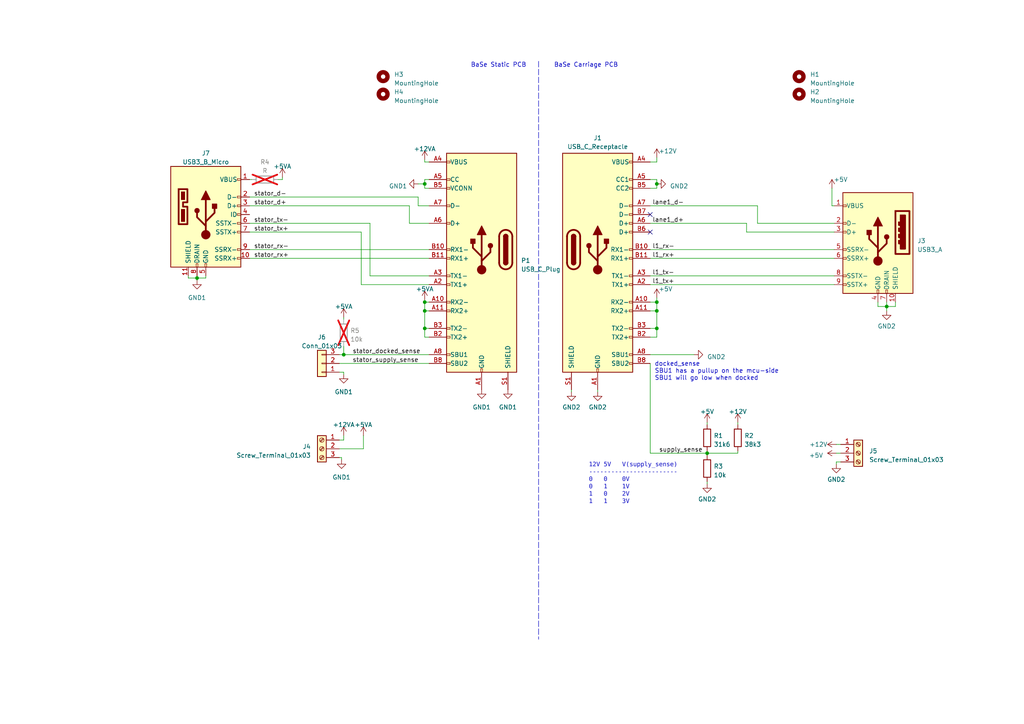
<source format=kicad_sch>
(kicad_sch (version 20230121) (generator eeschema)
  (paper "A4")
  (lib_symbols
    (symbol "Connector:Screw_Terminal_01x03" (pin_names (offset 1.016) hide)
      (property "Reference" "J" (at 0 5.08 0))
      (property "Value" "Screw_Terminal_01x03" (at 0 -5.08 0))
      (symbol "Screw_Terminal_01x03_1_1"
        (rectangle (start -1.27 3.81) (end 1.27 -3.81) (stroke (width 0.254)) (fill (type background)))
        (circle (center 0 -2.54) (radius 0.635) (stroke (width 0.1524)))
        (polyline (pts (xy -0.5334 -2.2098) (xy 0.3302 -3.048)) (stroke (width 0.1524)))
        (polyline (pts (xy -0.5334 0.3302) (xy 0.3302 -0.508)) (stroke (width 0.1524)))
        (polyline (pts (xy -0.5334 2.8702) (xy 0.3302 2.032)) (stroke (width 0.1524)))
        (polyline (pts (xy -0.3556 -2.032) (xy 0.508 -2.8702)) (stroke (width 0.1524)))
        (polyline (pts (xy -0.3556 0.508) (xy 0.508 -0.3302)) (stroke (width 0.1524)))
        (polyline (pts (xy -0.3556 3.048) (xy 0.508 2.2098)) (stroke (width 0.1524)))
        (circle (center 0 0) (radius 0.635) (stroke (width 0.1524)))
        (circle (center 0 2.54) (radius 0.635) (stroke (width 0.1524)))
        (pin passive line (at -5.08 2.54 0) (length 3.81) (name "Pin_1") (number "1"))
        (pin passive line (at -5.08 0 0) (length 3.81) (name "Pin_2") (number "2"))
        (pin passive line (at -5.08 -2.54 0) (length 3.81) (name "Pin_3") (number "3"))
      )
    )
    (symbol "Connector:USB3_A" (pin_names (offset 1.016))
      (property "Reference" "J" (at -10.16 15.24 0))
      (property "Value" "USB3_A" (at 10.16 15.24 0))
      (symbol "USB3_A_0_0"
        (rectangle (start -9.144 8.636) (end -5.08 -3.81) (stroke (width 0.508)))
        (rectangle (start -7.874 7.366) (end -6.604 -2.286) (stroke (width 0.508)) (fill (type outline)))
        (rectangle (start -6.35 0) (end -6.096 -0.762) (stroke (width 0.508)))
        (rectangle (start -6.35 1.778) (end -6.096 1.016) (stroke (width 0.508)))
        (rectangle (start -6.35 3.556) (end -6.096 2.794) (stroke (width 0.508)))
        (rectangle (start -6.35 5.334) (end -6.096 4.572) (stroke (width 0.508)))
        (rectangle (start -2.794 -15.24) (end -2.286 -14.224))
        (rectangle (start -0.254 -15.24) (end 0.254 -14.224))
        (rectangle (start 10.16 -12.446) (end 9.144 -12.954))
        (rectangle (start 10.16 -9.906) (end 9.144 -10.414))
        (rectangle (start 10.16 -4.826) (end 9.144 -5.334))
        (rectangle (start 10.16 -2.286) (end 9.144 -2.794))
        (rectangle (start 10.16 2.794) (end 9.144 2.286))
        (rectangle (start 10.16 5.334) (end 9.144 4.826))
        (rectangle (start 10.16 10.414) (end 9.144 9.906))
      )
      (symbol "USB3_A_0_1"
        (rectangle (start -10.16 13.97) (end 10.16 -15.24) (stroke (width 0.254)) (fill (type background)))
      )
      (symbol "USB3_A_1_1"
        (circle (center -2.54 1.143) (radius 0.635) (stroke (width 0.254)) (fill (type outline)))
        (circle (center 0 -5.842) (radius 1.27) (fill (type outline)))
        (polyline (pts (xy 0 -5.842) (xy 0 4.318)) (stroke (width 0.508)))
        (polyline (pts (xy 0 -3.302) (xy -2.54 -0.762) (xy -2.54 0.508)) (stroke (width 0.508)))
        (polyline (pts (xy 0 -2.032) (xy 2.54 0.508) (xy 2.54 1.778)) (stroke (width 0.508)))
        (polyline (pts (xy -1.27 4.318) (xy 0 6.858) (xy 1.27 4.318) (xy -1.27 4.318)) (stroke (width 0.254)) (fill (type outline)))
        (rectangle (start 1.905 1.778) (end 3.175 3.048) (stroke (width 0.254)) (fill (type outline)))
        (pin power_in line (at 12.7 10.16 180) (length 2.54) (name "VBUS") (number "1"))
        (pin passive line (at -5.08 -17.78 90) (length 2.54) (name "SHIELD") (number "10"))
        (pin bidirectional line (at 12.7 5.08 180) (length 2.54) (name "D-") (number "2"))
        (pin bidirectional line (at 12.7 2.54 180) (length 2.54) (name "D+") (number "3"))
        (pin power_in line (at 0 -17.78 90) (length 2.54) (name "GND") (number "4"))
        (pin output line (at 12.7 -2.54 180) (length 2.54) (name "SSRX-") (number "5"))
        (pin output line (at 12.7 -5.08 180) (length 2.54) (name "SSRX+") (number "6"))
        (pin passive line (at -2.54 -17.78 90) (length 2.54) (name "DRAIN") (number "7"))
        (pin input line (at 12.7 -10.16 180) (length 2.54) (name "SSTX-") (number "8"))
        (pin input line (at 12.7 -12.7 180) (length 2.54) (name "SSTX+") (number "9"))
      )
    )
    (symbol "Connector:USB3_B_Micro" (pin_names (offset 1.016))
      (property "Reference" "J" (at -10.16 15.24 0))
      (property "Value" "USB3_B_Micro" (at 10.16 15.24 0))
      (symbol "USB3_B_Micro_0_0"
        (rectangle (start -2.794 -15.24) (end -2.286 -14.224))
        (rectangle (start -0.254 -15.24) (end 0.254 -14.224))
        (rectangle (start 10.16 -12.446) (end 9.144 -12.954))
        (rectangle (start 10.16 -9.906) (end 9.144 -10.414))
        (rectangle (start 10.16 -4.826) (end 9.144 -5.334))
        (rectangle (start 10.16 -2.286) (end 9.144 -2.794))
        (rectangle (start 10.16 0.254) (end 9.144 -0.254))
        (rectangle (start 10.16 2.794) (end 9.144 2.286))
        (rectangle (start 10.16 5.334) (end 9.144 4.826))
        (rectangle (start 10.16 10.414) (end 9.144 9.906))
      )
      (symbol "USB3_B_Micro_0_1"
        (rectangle (start -10.16 13.97) (end 10.16 -15.24) (stroke (width 0.254)) (fill (type background)))
        (rectangle (start -7.112 1.524) (end -6.096 -2.032) (fill (type outline)))
        (rectangle (start -7.112 6.604) (end -6.096 4.318) (fill (type outline)))
        (polyline (pts (xy -7.874 7.366) (xy -7.874 -2.794) (xy -5.334 -2.794) (xy -5.334 2.286) (xy -6.604 2.286) (xy -6.604 3.556) (xy -5.334 3.556) (xy -5.334 7.366) (xy -7.874 7.366)) (stroke (width 0.508)))
      )
      (symbol "USB3_B_Micro_1_1"
        (circle (center -2.54 1.143) (radius 0.635) (stroke (width 0.254)) (fill (type outline)))
        (circle (center 0 -5.842) (radius 1.27) (fill (type outline)))
        (polyline (pts (xy 0 -5.842) (xy 0 4.318)) (stroke (width 0.508)))
        (polyline (pts (xy 0 -3.302) (xy -2.54 -0.762) (xy -2.54 0.508)) (stroke (width 0.508)))
        (polyline (pts (xy 0 -2.032) (xy 2.54 0.508) (xy 2.54 1.778)) (stroke (width 0.508)))
        (polyline (pts (xy -1.27 4.318) (xy 0 6.858) (xy 1.27 4.318) (xy -1.27 4.318)) (stroke (width 0.254)) (fill (type outline)))
        (rectangle (start 1.905 1.778) (end 3.175 3.048) (stroke (width 0.254)) (fill (type outline)))
        (pin power_out line (at 12.7 10.16 180) (length 2.54) (name "VBUS") (number "1"))
        (pin input line (at 12.7 -12.7 180) (length 2.54) (name "SSRX+") (number "10"))
        (pin passive line (at -5.08 -17.78 90) (length 2.54) (name "SHIELD") (number "11"))
        (pin bidirectional line (at 12.7 5.08 180) (length 2.54) (name "D-") (number "2"))
        (pin bidirectional line (at 12.7 2.54 180) (length 2.54) (name "D+") (number "3"))
        (pin passive line (at 12.7 0 180) (length 2.54) (name "ID") (number "4"))
        (pin power_out line (at 0 -17.78 90) (length 2.54) (name "GND") (number "5"))
        (pin output line (at 12.7 -2.54 180) (length 2.54) (name "SSTX-") (number "6"))
        (pin output line (at 12.7 -5.08 180) (length 2.54) (name "SSTX+") (number "7"))
        (pin passive line (at -2.54 -17.78 90) (length 2.54) (name "DRAIN") (number "8"))
        (pin input line (at 12.7 -10.16 180) (length 2.54) (name "SSRX-") (number "9"))
      )
    )
    (symbol "Connector:USB_C_Plug" (pin_names (offset 1.016))
      (property "Reference" "P" (at -10.16 29.21 0))
      (property "Value" "USB_C_Plug" (at 10.16 29.21 0))
      (symbol "USB_C_Plug_0_0"
        (rectangle (start -0.254 -35.56) (end 0.254 -34.544))
        (rectangle (start 10.16 -32.766) (end 9.144 -33.274))
        (rectangle (start 10.16 -30.226) (end 9.144 -30.734))
        (rectangle (start 10.16 -25.146) (end 9.144 -25.654))
        (rectangle (start 10.16 -22.606) (end 9.144 -23.114))
        (rectangle (start 10.16 -17.526) (end 9.144 -18.034))
        (rectangle (start 10.16 -14.986) (end 9.144 -15.494))
        (rectangle (start 10.16 -9.906) (end 9.144 -10.414))
        (rectangle (start 10.16 -7.366) (end 9.144 -7.874))
        (rectangle (start 10.16 -2.286) (end 9.144 -2.794))
        (rectangle (start 10.16 0.254) (end 9.144 -0.254))
        (rectangle (start 10.16 7.874) (end 9.144 7.366))
        (rectangle (start 10.16 12.954) (end 9.144 12.446))
        (rectangle (start 10.16 18.034) (end 9.144 17.526))
        (rectangle (start 10.16 20.574) (end 9.144 20.066))
        (rectangle (start 10.16 25.654) (end 9.144 25.146))
      )
      (symbol "USB_C_Plug_0_1"
        (rectangle (start -10.16 27.94) (end 10.16 -35.56) (stroke (width 0.254)) (fill (type background)))
        (arc (start -8.89 -3.81) (mid -6.985 -5.7067) (end -5.08 -3.81) (stroke (width 0.508)))
        (arc (start -7.62 -3.81) (mid -6.985 -4.4423) (end -6.35 -3.81) (stroke (width 0.254)))
        (arc (start -7.62 -3.81) (mid -6.985 -4.4423) (end -6.35 -3.81) (stroke (width 0.254)) (fill (type outline)))
        (rectangle (start -7.62 -3.81) (end -6.35 3.81) (stroke (width 0.254)) (fill (type outline)))
        (arc (start -6.35 3.81) (mid -6.985 4.4423) (end -7.62 3.81) (stroke (width 0.254)))
        (arc (start -6.35 3.81) (mid -6.985 4.4423) (end -7.62 3.81) (stroke (width 0.254)) (fill (type outline)))
        (arc (start -5.08 3.81) (mid -6.985 5.7067) (end -8.89 3.81) (stroke (width 0.508)))
        (polyline (pts (xy -8.89 -3.81) (xy -8.89 3.81)) (stroke (width 0.508)))
        (polyline (pts (xy -5.08 3.81) (xy -5.08 -3.81)) (stroke (width 0.508)))
      )
      (symbol "USB_C_Plug_1_1"
        (circle (center -2.54 1.143) (radius 0.635) (stroke (width 0.254)) (fill (type outline)))
        (circle (center 0 -5.842) (radius 1.27) (fill (type outline)))
        (polyline (pts (xy 0 -5.842) (xy 0 4.318)) (stroke (width 0.508)))
        (polyline (pts (xy 0 -3.302) (xy -2.54 -0.762) (xy -2.54 0.508)) (stroke (width 0.508)))
        (polyline (pts (xy 0 -2.032) (xy 2.54 0.508) (xy 2.54 1.778)) (stroke (width 0.508)))
        (polyline (pts (xy -1.27 4.318) (xy 0 6.858) (xy 1.27 4.318) (xy -1.27 4.318)) (stroke (width 0.254)) (fill (type outline)))
        (rectangle (start 1.905 1.778) (end 3.175 3.048) (stroke (width 0.254)) (fill (type outline)))
        (pin passive line (at 0 -40.64 90) (length 5.08) (name "GND") (number "A1"))
        (pin bidirectional line (at 15.24 -15.24 180) (length 5.08) (name "RX2-") (number "A10"))
        (pin bidirectional line (at 15.24 -17.78 180) (length 5.08) (name "RX2+") (number "A11"))
        (pin passive line (at 0 -40.64 90) (length 5.08) hide (name "GND") (number "A12"))
        (pin bidirectional line (at 15.24 -10.16 180) (length 5.08) (name "TX1+") (number "A2"))
        (pin bidirectional line (at 15.24 -7.62 180) (length 5.08) (name "TX1-") (number "A3"))
        (pin passive line (at 15.24 25.4 180) (length 5.08) (name "VBUS") (number "A4"))
        (pin bidirectional line (at 15.24 20.32 180) (length 5.08) (name "CC") (number "A5"))
        (pin bidirectional line (at 15.24 7.62 180) (length 5.08) (name "D+") (number "A6"))
        (pin bidirectional line (at 15.24 12.7 180) (length 5.08) (name "D-") (number "A7"))
        (pin bidirectional line (at 15.24 -30.48 180) (length 5.08) (name "SBU1") (number "A8"))
        (pin passive line (at 15.24 25.4 180) (length 5.08) hide (name "VBUS") (number "A9"))
        (pin passive line (at 0 -40.64 90) (length 5.08) hide (name "GND") (number "B1"))
        (pin bidirectional line (at 15.24 0 180) (length 5.08) (name "RX1-") (number "B10"))
        (pin bidirectional line (at 15.24 -2.54 180) (length 5.08) (name "RX1+") (number "B11"))
        (pin passive line (at 0 -40.64 90) (length 5.08) hide (name "GND") (number "B12"))
        (pin bidirectional line (at 15.24 -25.4 180) (length 5.08) (name "TX2+") (number "B2"))
        (pin bidirectional line (at 15.24 -22.86 180) (length 5.08) (name "TX2-") (number "B3"))
        (pin passive line (at 15.24 25.4 180) (length 5.08) hide (name "VBUS") (number "B4"))
        (pin bidirectional line (at 15.24 17.78 180) (length 5.08) (name "VCONN") (number "B5"))
        (pin bidirectional line (at 15.24 -33.02 180) (length 5.08) (name "SBU2") (number "B8"))
        (pin passive line (at 15.24 25.4 180) (length 5.08) hide (name "VBUS") (number "B9"))
        (pin passive line (at -7.62 -40.64 90) (length 5.08) (name "SHIELD") (number "S1"))
      )
    )
    (symbol "Connector:USB_C_Receptacle" (pin_names (offset 1.016))
      (property "Reference" "J" (at -10.16 29.21 0))
      (property "Value" "USB_C_Receptacle" (at 10.16 29.21 0))
      (symbol "USB_C_Receptacle_0_0"
        (rectangle (start -0.254 -35.56) (end 0.254 -34.544))
        (rectangle (start 10.16 -32.766) (end 9.144 -33.274))
        (rectangle (start 10.16 -30.226) (end 9.144 -30.734))
        (rectangle (start 10.16 -25.146) (end 9.144 -25.654))
        (rectangle (start 10.16 -22.606) (end 9.144 -23.114))
        (rectangle (start 10.16 -17.526) (end 9.144 -18.034))
        (rectangle (start 10.16 -14.986) (end 9.144 -15.494))
        (rectangle (start 10.16 -9.906) (end 9.144 -10.414))
        (rectangle (start 10.16 -7.366) (end 9.144 -7.874))
        (rectangle (start 10.16 -2.286) (end 9.144 -2.794))
        (rectangle (start 10.16 0.254) (end 9.144 -0.254))
        (rectangle (start 10.16 5.334) (end 9.144 4.826))
        (rectangle (start 10.16 7.874) (end 9.144 7.366))
        (rectangle (start 10.16 10.414) (end 9.144 9.906))
        (rectangle (start 10.16 12.954) (end 9.144 12.446))
        (rectangle (start 10.16 18.034) (end 9.144 17.526))
        (rectangle (start 10.16 20.574) (end 9.144 20.066))
        (rectangle (start 10.16 25.654) (end 9.144 25.146))
      )
      (symbol "USB_C_Receptacle_0_1"
        (rectangle (start -10.16 27.94) (end 10.16 -35.56) (stroke (width 0.254)) (fill (type background)))
        (arc (start -8.89 -3.81) (mid -6.985 -5.7067) (end -5.08 -3.81) (stroke (width 0.508)))
        (arc (start -7.62 -3.81) (mid -6.985 -4.4423) (end -6.35 -3.81) (stroke (width 0.254)))
        (arc (start -7.62 -3.81) (mid -6.985 -4.4423) (end -6.35 -3.81) (stroke (width 0.254)) (fill (type outline)))
        (rectangle (start -7.62 -3.81) (end -6.35 3.81) (stroke (width 0.254)) (fill (type outline)))
        (arc (start -6.35 3.81) (mid -6.985 4.4423) (end -7.62 3.81) (stroke (width 0.254)))
        (arc (start -6.35 3.81) (mid -6.985 4.4423) (end -7.62 3.81) (stroke (width 0.254)) (fill (type outline)))
        (arc (start -5.08 3.81) (mid -6.985 5.7067) (end -8.89 3.81) (stroke (width 0.508)))
        (polyline (pts (xy -8.89 -3.81) (xy -8.89 3.81)) (stroke (width 0.508)))
        (polyline (pts (xy -5.08 3.81) (xy -5.08 -3.81)) (stroke (width 0.508)))
      )
      (symbol "USB_C_Receptacle_1_1"
        (circle (center -2.54 1.143) (radius 0.635) (stroke (width 0.254)) (fill (type outline)))
        (circle (center 0 -5.842) (radius 1.27) (fill (type outline)))
        (polyline (pts (xy 0 -5.842) (xy 0 4.318)) (stroke (width 0.508)))
        (polyline (pts (xy 0 -3.302) (xy -2.54 -0.762) (xy -2.54 0.508)) (stroke (width 0.508)))
        (polyline (pts (xy 0 -2.032) (xy 2.54 0.508) (xy 2.54 1.778)) (stroke (width 0.508)))
        (polyline (pts (xy -1.27 4.318) (xy 0 6.858) (xy 1.27 4.318) (xy -1.27 4.318)) (stroke (width 0.254)) (fill (type outline)))
        (rectangle (start 1.905 1.778) (end 3.175 3.048) (stroke (width 0.254)) (fill (type outline)))
        (pin passive line (at 0 -40.64 90) (length 5.08) (name "GND") (number "A1"))
        (pin bidirectional line (at 15.24 -15.24 180) (length 5.08) (name "RX2-") (number "A10"))
        (pin bidirectional line (at 15.24 -17.78 180) (length 5.08) (name "RX2+") (number "A11"))
        (pin passive line (at 0 -40.64 90) (length 5.08) hide (name "GND") (number "A12"))
        (pin bidirectional line (at 15.24 -10.16 180) (length 5.08) (name "TX1+") (number "A2"))
        (pin bidirectional line (at 15.24 -7.62 180) (length 5.08) (name "TX1-") (number "A3"))
        (pin passive line (at 15.24 25.4 180) (length 5.08) (name "VBUS") (number "A4"))
        (pin bidirectional line (at 15.24 20.32 180) (length 5.08) (name "CC1") (number "A5"))
        (pin bidirectional line (at 15.24 7.62 180) (length 5.08) (name "D+") (number "A6"))
        (pin bidirectional line (at 15.24 12.7 180) (length 5.08) (name "D-") (number "A7"))
        (pin bidirectional line (at 15.24 -30.48 180) (length 5.08) (name "SBU1") (number "A8"))
        (pin passive line (at 15.24 25.4 180) (length 5.08) hide (name "VBUS") (number "A9"))
        (pin passive line (at 0 -40.64 90) (length 5.08) hide (name "GND") (number "B1"))
        (pin bidirectional line (at 15.24 0 180) (length 5.08) (name "RX1-") (number "B10"))
        (pin bidirectional line (at 15.24 -2.54 180) (length 5.08) (name "RX1+") (number "B11"))
        (pin passive line (at 0 -40.64 90) (length 5.08) hide (name "GND") (number "B12"))
        (pin bidirectional line (at 15.24 -25.4 180) (length 5.08) (name "TX2+") (number "B2"))
        (pin bidirectional line (at 15.24 -22.86 180) (length 5.08) (name "TX2-") (number "B3"))
        (pin passive line (at 15.24 25.4 180) (length 5.08) hide (name "VBUS") (number "B4"))
        (pin bidirectional line (at 15.24 17.78 180) (length 5.08) (name "CC2") (number "B5"))
        (pin bidirectional line (at 15.24 5.08 180) (length 5.08) (name "D+") (number "B6"))
        (pin bidirectional line (at 15.24 10.16 180) (length 5.08) (name "D-") (number "B7"))
        (pin bidirectional line (at 15.24 -33.02 180) (length 5.08) (name "SBU2") (number "B8"))
        (pin passive line (at 15.24 25.4 180) (length 5.08) hide (name "VBUS") (number "B9"))
        (pin passive line (at -7.62 -40.64 90) (length 5.08) (name "SHIELD") (number "S1"))
      )
    )
    (symbol "Connector_Generic:Conn_01x03" (pin_names (offset 1.016) hide)
      (property "Reference" "J" (at 0 5.08 0))
      (property "Value" "Conn_01x03" (at 0 -5.08 0))
      (symbol "Conn_01x03_1_1"
        (rectangle (start -1.27 -2.413) (end 0 -2.667) (stroke (width 0.1524)))
        (rectangle (start -1.27 0.127) (end 0 -0.127) (stroke (width 0.1524)))
        (rectangle (start -1.27 2.667) (end 0 2.413) (stroke (width 0.1524)))
        (rectangle (start -1.27 3.81) (end 1.27 -3.81) (stroke (width 0.254)) (fill (type background)))
        (pin passive line (at -5.08 2.54 0) (length 3.81) (name "Pin_1") (number "1"))
        (pin passive line (at -5.08 0 0) (length 3.81) (name "Pin_2") (number "2"))
        (pin passive line (at -5.08 -2.54 0) (length 3.81) (name "Pin_3") (number "3"))
      )
    )
    (symbol "Device:R" (pin_numbers hide) (pin_names (offset 0))
      (property "Reference" "R" (at 2.032 0 90))
      (property "Value" "R" (at 0 0 90))
      (symbol "R_0_1"
        (rectangle (start -1.016 -2.54) (end 1.016 2.54) (stroke (width 0.254)))
      )
      (symbol "R_1_1"
        (pin passive line (at 0 3.81 270) (length 1.27) (name "~") (number "1"))
        (pin passive line (at 0 -3.81 90) (length 1.27) (name "~") (number "2"))
      )
    )
    (symbol "Mechanical:MountingHole" (pin_names (offset 1.016))
      (property "Reference" "H" (at 0 5.08 0))
      (property "Value" "MountingHole" (at 0 3.175 0))
      (symbol "MountingHole_0_1"
        (circle (center 0 0) (radius 1.27) (stroke (width 1.27)))
      )
    )
    (symbol "power:+12V" (power) (pin_names (offset 0))
      (property "Value" "+12V" (at 0 3.556 0))
      (symbol "+12V_0_1"
        (polyline (pts (xy -0.762 1.27) (xy 0 2.54)))
        (polyline (pts (xy 0 0) (xy 0 2.54)))
        (polyline (pts (xy 0 2.54) (xy 0.762 1.27)))
      )
      (symbol "+12V_1_1"
        (pin power_in line (at 0 0 90) (length 0) hide (name "+12V") (number "1"))
      )
    )
    (symbol "power:+12VA" (power) (pin_names (offset 0))
      (property "Value" "+12VA" (at 0 3.556 0))
      (symbol "+12VA_0_1"
        (polyline (pts (xy -0.762 1.27) (xy 0 2.54)))
        (polyline (pts (xy 0 0) (xy 0 2.54)))
        (polyline (pts (xy 0 2.54) (xy 0.762 1.27)))
      )
      (symbol "+12VA_1_1"
        (pin power_in line (at 0 0 90) (length 0) hide (name "+12VA") (number "1"))
      )
    )
    (symbol "power:+5V" (power) (pin_names (offset 0))
      (property "Value" "+5V" (at 0 3.556 0))
      (symbol "+5V_0_1"
        (polyline (pts (xy -0.762 1.27) (xy 0 2.54)))
        (polyline (pts (xy 0 0) (xy 0 2.54)))
        (polyline (pts (xy 0 2.54) (xy 0.762 1.27)))
      )
      (symbol "+5V_1_1"
        (pin power_in line (at 0 0 90) (length 0) hide (name "+5V") (number "1"))
      )
    )
    (symbol "power:+5VA" (power) (pin_names (offset 0))
      (property "Value" "+5VA" (at 0 3.556 0))
      (symbol "+5VA_0_1"
        (polyline (pts (xy -0.762 1.27) (xy 0 2.54)))
        (polyline (pts (xy 0 0) (xy 0 2.54)))
        (polyline (pts (xy 0 2.54) (xy 0.762 1.27)))
      )
      (symbol "+5VA_1_1"
        (pin power_in line (at 0 0 90) (length 0) hide (name "+5VA") (number "1"))
      )
    )
    (symbol "power:GND1" (power) (pin_names (offset 0))
      (property "Value" "GND1" (at 0 -3.81 0))
      (symbol "GND1_0_1"
        (polyline (pts (xy 0 0) (xy 0 -1.27) (xy 1.27 -1.27) (xy 0 -2.54) (xy -1.27 -1.27) (xy 0 -1.27)))
      )
      (symbol "GND1_1_1"
        (pin power_in line (at 0 0 270) (length 0) hide (name "GND1") (number "1"))
      )
    )
    (symbol "power:GND2" (power) (pin_names (offset 0))
      (property "Value" "GND2" (at 0 -3.81 0))
      (symbol "GND2_0_1"
        (polyline (pts (xy 0 0) (xy 0 -1.27) (xy 1.27 -1.27) (xy 0 -2.54) (xy -1.27 -1.27) (xy 0 -1.27)))
      )
      (symbol "GND2_1_1"
        (pin power_in line (at 0 0 270) (length 0) hide (name "GND2") (number "1"))
      )
    )
  )
  (junction (at 257.175 88.9))
  (junction (at 190.5 90.17))
  (junction (at 123.19 53.34))
  (junction (at 57.15 80.645))
  (junction (at 205.105 131.445))
  (junction (at 123.19 95.25))
  (junction (at 190.5 87.63))
  (junction (at 99.695 102.87))
  (junction (at 190.5 53.34))
  (junction (at 190.5 95.25))
  (junction (at 123.19 87.63))
  (junction (at 123.19 90.17))
  (no_connect (at 188.595 67.31))
  (no_connect (at 188.595 62.23))
  (wire (pts (xy 99.695 102.87) (xy 124.46 102.87)))
  (wire (pts (xy 124.46 54.61) (xy 123.19 54.61)))
  (wire (pts (xy 123.19 97.79) (xy 124.46 97.79)))
  (wire (pts (xy 242.57 131.445) (xy 243.84 131.445)))
  (wire (pts (xy 254.635 88.9) (xy 257.175 88.9)))
  (wire (pts (xy 190.5 95.25) (xy 190.5 97.79)))
  (wire (pts (xy 188.595 87.63) (xy 190.5 87.63)))
  (wire (pts (xy 188.595 46.99) (xy 190.5 46.99)))
  (wire (pts (xy 257.175 90.17) (xy 257.175 88.9)))
  (wire (pts (xy 190.5 52.07) (xy 190.5 53.34)))
  (wire (pts (xy 188.595 82.55) (xy 241.935 82.55)))
  (wire (pts (xy 123.19 52.07) (xy 123.19 53.34)))
  (wire (pts (xy 257.175 88.9) (xy 259.715 88.9)))
  (wire (pts (xy 257.175 88.9) (xy 257.175 87.63)))
  (wire (pts (xy 99.695 100.33) (xy 99.695 102.87)))
  (wire (pts (xy 190.5 86.36) (xy 190.5 87.63)))
  (wire (pts (xy 54.61 80.645) (xy 57.15 80.645)))
  (wire (pts (xy 188.595 97.79) (xy 190.5 97.79)))
  (wire (pts (xy 242.57 128.905) (xy 243.84 128.905)))
  (wire (pts (xy 216.535 64.77) (xy 188.595 64.77)))
  (wire (pts (xy 72.39 64.77) (xy 107.315 64.77)))
  (wire (pts (xy 205.105 131.445) (xy 213.995 131.445)))
  (wire (pts (xy 188.595 52.07) (xy 190.5 52.07)))
  (wire (pts (xy 81.915 51.435) (xy 81.915 52.07)))
  (wire (pts (xy 59.69 80.01) (xy 59.69 80.645)))
  (wire (pts (xy 123.19 87.63) (xy 123.19 90.17)))
  (wire (pts (xy 188.595 54.61) (xy 190.5 54.61)))
  (wire (pts (xy 104.775 67.31) (xy 72.39 67.31)))
  (wire (pts (xy 123.19 90.17) (xy 123.19 95.25)))
  (wire (pts (xy 188.595 74.93) (xy 241.935 74.93)))
  (wire (pts (xy 121.285 57.15) (xy 121.285 59.69)))
  (wire (pts (xy 124.46 52.07) (xy 123.19 52.07)))
  (wire (pts (xy 59.69 80.645) (xy 57.15 80.645)))
  (wire (pts (xy 219.71 64.77) (xy 241.935 64.77)))
  (polyline (pts (xy 156.21 17.78) (xy 156.21 185.42)) (stroke (width 0) (type dash)))
  (wire (pts (xy 190.5 54.61) (xy 190.5 53.34)))
  (wire (pts (xy 121.285 59.69) (xy 124.46 59.69)))
  (wire (pts (xy 99.695 126.365) (xy 99.695 127.635)))
  (wire (pts (xy 123.19 54.61) (xy 123.19 53.34)))
  (wire (pts (xy 213.995 130.81) (xy 213.995 131.445)))
  (wire (pts (xy 98.425 102.87) (xy 99.695 102.87)))
  (wire (pts (xy 205.105 140.335) (xy 205.105 139.7)))
  (wire (pts (xy 190.5 87.63) (xy 190.5 90.17)))
  (wire (pts (xy 188.595 59.69) (xy 219.71 59.69)))
  (wire (pts (xy 259.715 87.63) (xy 259.715 88.9)))
  (wire (pts (xy 165.735 113.03) (xy 165.735 113.665)))
  (wire (pts (xy 123.19 87.63) (xy 124.46 87.63)))
  (wire (pts (xy 123.19 90.17) (xy 124.46 90.17)))
  (wire (pts (xy 57.15 80.645) (xy 57.15 81.28)))
  (wire (pts (xy 123.19 95.25) (xy 124.46 95.25)))
  (wire (pts (xy 104.775 82.55) (xy 104.775 67.31)))
  (wire (pts (xy 188.595 72.39) (xy 241.935 72.39)))
  (wire (pts (xy 98.425 107.95) (xy 99.695 107.95)))
  (wire (pts (xy 205.105 123.19) (xy 205.105 122.555)))
  (wire (pts (xy 118.745 59.69) (xy 72.39 59.69)))
  (wire (pts (xy 72.39 57.15) (xy 121.285 57.15)))
  (wire (pts (xy 98.425 130.175) (xy 105.41 130.175)))
  (wire (pts (xy 188.595 90.17) (xy 190.5 90.17)))
  (wire (pts (xy 190.5 45.72) (xy 190.5 46.99)))
  (wire (pts (xy 188.595 105.41) (xy 188.595 131.445)))
  (wire (pts (xy 188.595 95.25) (xy 190.5 95.25)))
  (wire (pts (xy 99.695 107.95) (xy 99.695 108.585)))
  (wire (pts (xy 173.355 113.03) (xy 173.355 113.665)))
  (wire (pts (xy 188.595 80.01) (xy 241.935 80.01)))
  (wire (pts (xy 123.19 46.355) (xy 123.19 46.99)))
  (wire (pts (xy 98.425 132.715) (xy 99.06 132.715)))
  (wire (pts (xy 72.39 52.07) (xy 73.025 52.07)))
  (wire (pts (xy 123.19 86.995) (xy 123.19 87.63)))
  (wire (pts (xy 54.61 80.01) (xy 54.61 80.645)))
  (wire (pts (xy 99.06 132.715) (xy 99.06 133.35)))
  (wire (pts (xy 57.15 80.01) (xy 57.15 80.645)))
  (wire (pts (xy 81.915 52.07) (xy 80.645 52.07)))
  (wire (pts (xy 123.19 95.25) (xy 123.19 97.79)))
  (wire (pts (xy 124.46 82.55) (xy 104.775 82.55)))
  (wire (pts (xy 121.285 53.34) (xy 123.19 53.34)))
  (wire (pts (xy 72.39 72.39) (xy 124.46 72.39)))
  (wire (pts (xy 99.695 127.635) (xy 98.425 127.635)))
  (wire (pts (xy 213.995 122.555) (xy 213.995 123.19)))
  (wire (pts (xy 188.595 131.445) (xy 205.105 131.445)))
  (wire (pts (xy 105.41 130.175) (xy 105.41 126.365)))
  (wire (pts (xy 216.535 67.31) (xy 216.535 64.77)))
  (wire (pts (xy 72.39 74.93) (xy 124.46 74.93)))
  (wire (pts (xy 118.745 64.77) (xy 124.46 64.77)))
  (wire (pts (xy 118.745 64.77) (xy 118.745 59.69)))
  (wire (pts (xy 205.105 131.445) (xy 205.105 132.08)))
  (wire (pts (xy 243.84 133.985) (xy 242.57 133.985)))
  (wire (pts (xy 205.105 130.81) (xy 205.105 131.445)))
  (wire (pts (xy 190.5 90.17) (xy 190.5 95.25)))
  (wire (pts (xy 99.695 92.075) (xy 99.695 92.71)))
  (wire (pts (xy 107.315 80.01) (xy 124.46 80.01)))
  (wire (pts (xy 107.315 64.77) (xy 107.315 80.01)))
  (wire (pts (xy 241.3 54.61) (xy 241.3 59.69)))
  (wire (pts (xy 216.535 67.31) (xy 241.935 67.31)))
  (wire (pts (xy 98.425 105.41) (xy 124.46 105.41)))
  (wire (pts (xy 219.71 64.77) (xy 219.71 59.69)))
  (wire (pts (xy 254.635 87.63) (xy 254.635 88.9)))
  (wire (pts (xy 123.19 46.99) (xy 124.46 46.99)))
  (wire (pts (xy 242.57 133.985) (xy 242.57 134.62)))
  (wire (pts (xy 241.3 59.69) (xy 241.935 59.69)))
  (wire (pts (xy 188.595 102.87) (xy 201.295 102.87)))
  (text "docked_sense\nSBU1 has a pullup on the mcu-side\nSBU1 will go low when docked" (at 189.865 110.49 0) (effects (font (size 1.27 1.27)) (justify left bottom)))
  (text "BaSe Static PCB" (at 136.525 19.685 0) (effects (font (size 1.27 1.27)) (justify left bottom)))
  (text "12V 5V   V(supply_sense)\n------------------------\n0   0    0V\n0   1    1V\n1   0    2V\n1   1    3V" (at 170.815 146.685 0) (effects (font (size 1.27 1.27)) (justify left bottom)))
  (text "BaSe Carriage PCB" (at 160.655 19.685 0) (effects (font (size 1.27 1.27)) (justify left bottom)))
  (label "l1_tx+" (at 189.23 82.55 0))
  (label "stator_rx-" (at 73.66 72.39 0))
  (label "stator_tx+" (at 73.66 67.31 0))
  (label "stator_docked_sense" (at 102.235 102.87 0))
  (label "lane1_d-" (at 189.23 59.69 0))
  (label "stator_d-" (at 73.66 57.15 0))
  (label "stator_tx-" (at 73.66 64.77 0))
  (label "stator_supply_sense" (at 102.235 105.41 0))
  (label "lane1_d+" (at 189.23 64.77 0))
  (label "l1_rx+" (at 189.23 74.93 0))
  (label "l1_rx-" (at 189.23 72.39 0))
  (label "l1_tx-" (at 189.23 80.01 0))
  (label "stator_rx+" (at 73.66 74.93 0))
  (label "stator_d+" (at 73.66 59.69 0))
  (label "supply_sense" (at 191.135 131.445 0))
  (symbol (lib_id "power:GND1") (at 99.06 133.35 0) (unit 1)
    (property "Reference" "#PWR023" (effects hide))
    (property "Value" "GND1" (at 99.06 138.43 0))
  )
  (symbol (lib_id "power:+12V") (at 190.5 45.72 0) (unit 1)
    (property "Reference" "#PWR09" (effects hide))
    (property "Value" "+12V" (at 193.675 43.815 0))
  )
  (symbol (lib_id "power:+5V") (at 205.105 122.555 0) (unit 1)
    (property "Reference" "#PWR07" (effects hide))
    (property "Value" "+5V" (at 205.105 119.38 0))
  )
  (symbol (lib_id "power:GND1") (at 147.32 113.03 0) (unit 1)
    (property "Reference" "#PWR018" (effects hide))
    (property "Value" "GND1" (at 147.32 118.11 0))
  )
  (symbol (lib_id "power:+12VA") (at 123.19 46.355 0) (unit 1)
    (property "Reference" "#PWR020" (effects hide))
    (property "Value" "+12VA" (at 123.19 43.18 0))
  )
  (symbol (lib_id "Connector:USB_C_Receptacle") (at 173.355 72.39 0) (unit 1)
    (property "Reference" "J1" (at 173.355 40.005 0))
    (property "Value" "USB_C_Receptacle" (at 173.355 42.545 0))
    (property "Footprint" "g7_connectors:conn_usbc_socket_RAHPCUC31AU1TR" (effects hide))
  )
  (symbol (lib_id "power:GND2") (at 201.295 102.87 90) (unit 1)
    (property "Reference" "#PWR015" (effects hide))
    (property "Value" "GND2" (at 205.105 103.505 90) (effects (justify right)))
  )
  (symbol (lib_id "Mechanical:MountingHole") (at 111.125 22.225 0) (unit 1)
    (property "Reference" "H3" (at 114.3 21.59 0) (effects (justify left)))
    (property "Value" "MountingHole" (at 114.3 24.13 0) (effects (justify left)))
    (property "Footprint" "MountingHole:MountingHole_3.2mm_M3_DIN965" (effects hide))
  )
  (symbol (lib_id "Connector:USB3_A") (at 254.635 69.85 0) (mirror y) (unit 1)
    (property "Reference" "J3" (at 266.065 69.85 0) (effects (justify right)))
    (property "Value" "USB3_A" (at 266.065 72.39 0) (effects (justify right)))
    (property "Footprint" "g7_connectors:STEWARD_USB3_A_SS-52000-001" (effects hide))
  )
  (symbol (lib_id "power:+5V") (at 241.3 54.61 0) (unit 1)
    (property "Reference" "#PWR06" (effects hide))
    (property "Value" "+5V" (at 243.84 52.07 0))
  )
  (symbol (lib_id "power:GND2") (at 205.105 140.335 0) (unit 1)
    (property "Reference" "#PWR03" (effects hide))
    (property "Value" "GND2" (at 205.105 144.78 0))
  )
  (symbol (lib_id "power:GND2") (at 257.175 90.17 0) (unit 1)
    (property "Reference" "#PWR01" (effects hide))
    (property "Value" "GND2" (at 257.175 94.615 0))
  )
  (symbol (lib_id "power:+5VA") (at 99.695 92.075 0) (unit 1)
    (property "Reference" "#PWR025" (effects hide))
    (property "Value" "+5VA" (at 99.695 88.9 0))
  )
  (symbol (lib_id "power:GND2") (at 173.355 113.665 0) (unit 1)
    (property "Reference" "#PWR010" (effects hide))
    (property "Value" "GND2" (at 173.355 118.11 0))
  )
  (symbol (lib_id "Device:R") (at 213.995 127 0) (unit 1)
    (property "Reference" "R2" (at 215.9 126.365 0) (effects (justify left)))
    (property "Value" "38k3" (at 215.9 128.905 0) (effects (justify left)))
    (property "Footprint" "Resistor_SMD:R_0603_1608Metric_Pad0.98x0.95mm_HandSolder" (effects hide))
  )
  (symbol (lib_id "power:+5VA") (at 81.915 51.435 0) (unit 1)
    (property "Reference" "#PWR024" (effects hide))
    (property "Value" "+5VA" (at 81.915 48.26 0))
  )
  (symbol (lib_id "Mechanical:MountingHole") (at 231.775 27.305 0) (unit 1)
    (property "Reference" "H2" (at 234.95 26.67 0) (effects (justify left)))
    (property "Value" "MountingHole" (at 234.95 29.21 0) (effects (justify left)))
    (property "Footprint" "MountingHole:MountingHole_3.2mm_M3_DIN965" (effects hide))
  )
  (symbol (lib_id "Connector_Generic:Conn_01x03") (at 93.345 105.41 180) (unit 1)
    (property "Reference" "J6" (at 93.345 97.79 0))
    (property "Value" "Conn_01x03" (at 93.345 100.33 0))
    (property "Footprint" "Connector_PinHeader_2.54mm:PinHeader_1x03_P2.54mm_Vertical" (effects hide))
  )
  (symbol (lib_id "Connector:Screw_Terminal_01x03") (at 93.345 130.175 0) (mirror y) (unit 1)
    (property "Reference" "J4" (at 90.17 129.54 0) (effects (justify left)))
    (property "Value" "Screw_Terminal_01x03" (at 90.17 132.08 0) (effects (justify left)))
    (property "Footprint" "TerminalBlock_Phoenix:TerminalBlock_Phoenix_MKDS-1,5-3_1x03_P5.00mm_Horizontal" (effects hide))
  )
  (symbol (lib_id "power:GND1") (at 57.15 81.28 0) (unit 1)
    (property "Reference" "#PWR016" (effects hide))
    (property "Value" "GND1" (at 57.15 86.36 0))
  )
  (symbol (lib_id "Device:R") (at 205.105 135.89 0) (unit 1)
    (property "Reference" "R3" (at 207.01 135.255 0) (effects (justify left)))
    (property "Value" "10k" (at 207.01 137.795 0) (effects (justify left)))
    (property "Footprint" "Resistor_SMD:R_0603_1608Metric_Pad0.98x0.95mm_HandSolder" (effects hide))
  )
  (symbol (lib_id "power:GND2") (at 242.57 134.62 0) (unit 1)
    (property "Reference" "#PWR014" (effects hide))
    (property "Value" "GND2" (at 242.57 139.065 0))
  )
  (symbol (lib_id "power:+5VA") (at 123.19 86.995 0) (unit 1)
    (property "Reference" "#PWR026" (effects hide))
    (property "Value" "+5VA" (at 123.19 83.82 0))
  )
  (symbol (lib_id "Device:R") (at 205.105 127 0) (unit 1)
    (property "Reference" "R1" (at 207.01 126.365 0) (effects (justify left)))
    (property "Value" "31k6" (at 207.01 128.905 0) (effects (justify left)))
    (property "Footprint" "Resistor_SMD:R_0603_1608Metric_Pad0.98x0.95mm_HandSolder" (effects hide))
  )
  (symbol (lib_id "Connector:USB_C_Plug") (at 139.7 72.39 0) (mirror y) (unit 1)
    (property "Reference" "P1" (at 151.13 75.565 0) (effects (justify right)))
    (property "Value" "USB_C_Plug" (at 151.13 78.105 0) (effects (justify right)))
    (property "Footprint" "g7_connectors:Molex_USBC_Plug_1054440011" (effects hide))
    (property "Datasheet" "https://www.usb.org/sites/default/files/documents/usb_type-c.zip" (effects hide))
  )
  (symbol (lib_id "power:+12V") (at 213.995 122.555 0) (unit 1)
    (property "Reference" "#PWR08" (effects hide))
    (property "Value" "+12V" (at 213.995 119.38 0))
  )
  (symbol (lib_id "Mechanical:MountingHole") (at 111.125 27.305 0) (unit 1)
    (property "Reference" "H4" (at 114.3 26.67 0) (effects (justify left)))
    (property "Value" "MountingHole" (at 114.3 29.21 0) (effects (justify left)))
    (property "Footprint" "MountingHole:MountingHole_3.2mm_M3_DIN965" (effects hide))
  )
  (symbol (lib_id "Device:R") (at 99.695 96.52 0) (unit 1) (dnp yes)
    (property "Reference" "R5" (at 101.6 95.885 0) (effects (justify left)))
    (property "Value" "10k" (at 101.6 98.425 0) (effects (justify left)))
    (property "Footprint" "Resistor_SMD:R_0603_1608Metric_Pad0.98x0.95mm_HandSolder" (effects hide))
  )
  (symbol (lib_id "Connector:USB3_B_Micro") (at 59.69 62.23 0) (unit 1)
    (property "Reference" "J7" (at 59.69 44.45 0))
    (property "Value" "USB3_B_Micro" (at 59.69 46.99 0))
    (property "Footprint" "g7_connectors:conn_usb3bmicro_GSB343K331HR" (effects hide))
    (property "Datasheet" "https://cdn.amphenol-cs.com/media/wysiwyg/files/drawing/gsb343k33hr.pdf" (effects hide))
    (property "Digikey" "664-GSB343K331HRCT-ND" (effects hide))
    (property "MPN" "GSB343K331HR" (effects hide))
  )
  (symbol (lib_id "power:+5VA") (at 105.41 126.365 0) (unit 1)
    (property "Reference" "#PWR05" (effects hide))
    (property "Value" "+5VA" (at 105.41 123.19 0))
  )
  (symbol (lib_id "power:GND2") (at 165.735 113.665 0) (unit 1)
    (property "Reference" "#PWR013" (effects hide))
    (property "Value" "GND2" (at 165.735 118.11 0))
  )
  (symbol (lib_id "power:+5V") (at 190.5 86.36 0) (unit 1)
    (property "Reference" "#PWR02" (effects hide))
    (property "Value" "+5V" (at 193.04 83.82 0))
  )
  (symbol (lib_id "power:+5V") (at 242.57 131.445 90) (unit 1)
    (property "Reference" "#PWR012" (effects hide))
    (property "Value" "+5V" (at 238.76 132.08 90) (effects (justify left)))
  )
  (symbol (lib_id "Mechanical:MountingHole") (at 231.775 22.225 0) (unit 1)
    (property "Reference" "H1" (at 234.95 21.59 0) (effects (justify left)))
    (property "Value" "MountingHole" (at 234.95 24.13 0) (effects (justify left)))
    (property "Footprint" "MountingHole:MountingHole_3.2mm_M3_DIN965" (effects hide))
  )
  (symbol (lib_id "power:+12VA") (at 99.695 126.365 0) (unit 1)
    (property "Reference" "#PWR019" (effects hide))
    (property "Value" "+12VA" (at 99.695 123.19 0))
  )
  (symbol (lib_id "Connector:Screw_Terminal_01x03") (at 248.92 131.445 0) (unit 1)
    (property "Reference" "J5" (at 252.095 130.81 0) (effects (justify left)))
    (property "Value" "Screw_Terminal_01x03" (at 252.095 133.35 0) (effects (justify left)))
    (property "Footprint" "TerminalBlock_Phoenix:TerminalBlock_Phoenix_MKDS-1,5-3_1x03_P5.00mm_Horizontal" (effects hide))
  )
  (symbol (lib_id "Device:R") (at 76.835 52.07 90) (unit 1) (dnp yes)
    (property "Reference" "R4" (at 76.835 46.99 90))
    (property "Value" "R" (at 76.835 49.53 90))
  )
  (symbol (lib_id "power:GND1") (at 121.285 53.34 270) (unit 1)
    (property "Reference" "#PWR04" (effects hide))
    (property "Value" "GND1" (at 118.11 53.975 90) (effects (justify right)))
  )
  (symbol (lib_id "power:GND1") (at 139.7 113.03 0) (unit 1)
    (property "Reference" "#PWR017" (effects hide))
    (property "Value" "GND1" (at 139.7 118.11 0))
  )
  (symbol (lib_id "power:GND2") (at 190.5 53.34 90) (unit 1)
    (property "Reference" "#PWR021" (effects hide))
    (property "Value" "GND2" (at 194.31 53.975 90) (effects (justify right)))
  )
  (symbol (lib_id "power:GND1") (at 99.695 108.585 0) (unit 1)
    (property "Reference" "#PWR022" (effects hide))
    (property "Value" "GND1" (at 99.695 113.665 0))
  )
  (symbol (lib_id "power:+12V") (at 242.57 128.905 90) (unit 1)
    (property "Reference" "#PWR011" (effects hide))
    (property "Value" "+12V" (at 240.03 128.905 90) (effects (justify left)))
  )
)
</source>
